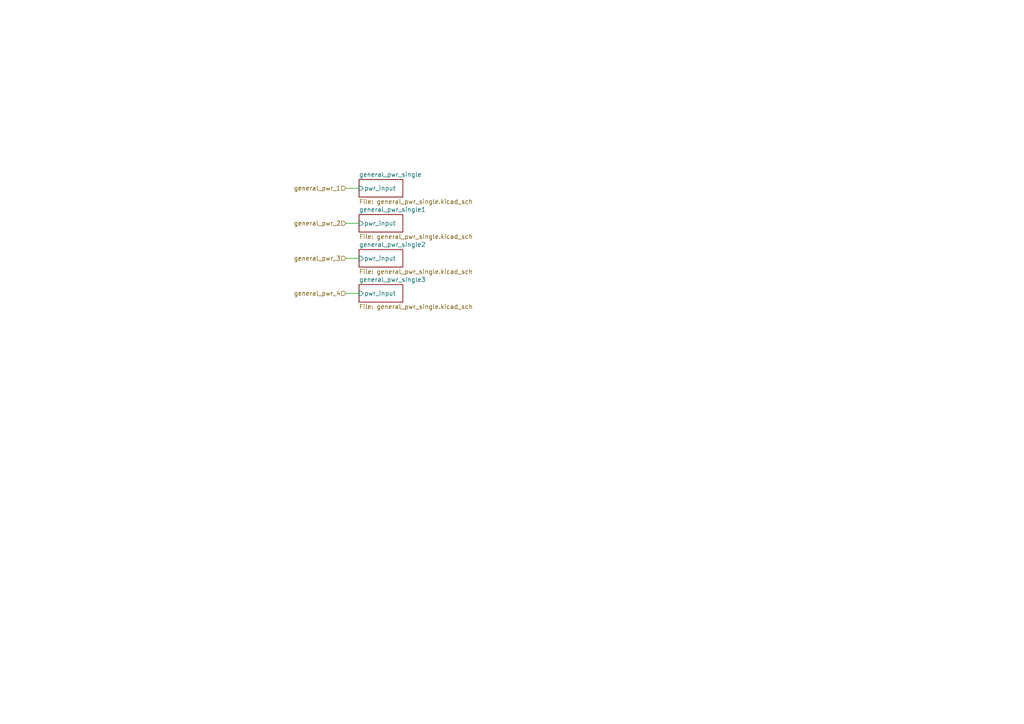
<source format=kicad_sch>
(kicad_sch (version 20230121) (generator eeschema)
  (paper "A4")
  (lib_symbols)
  (wire (pts (xy 100.33 54.61) (xy 104.14 54.61)))
  (wire (pts (xy 100.33 74.93) (xy 104.14 74.93)))
  (wire (pts (xy 100.33 64.77) (xy 104.14 64.77)))
  (wire (pts (xy 100.33 85.09) (xy 104.14 85.09)))
  (hierarchical_label "general_pwr_4" (shape input) (at 100.33 85.09 180))
  (hierarchical_label "general_pwr_1" (shape input) (at 100.33 54.61 180))
  (hierarchical_label "general_pwr_3" (shape input) (at 100.33 74.93 180))
  (hierarchical_label "general_pwr_2" (shape input) (at 100.33 64.77 180))
  (sheet (at 104.14 52.07) (size 12.7 5.08) (stroke (width 0.1524))
    (property "Sheetname" "general_pwr_single" (at 104.14 51.3584 0) (effects (justify left bottom)))
    (property "Sheetfile" "general_pwr_single.kicad_sch" (at 104.14 57.7346 0) (effects (justify left top)))
    (pin "pwr_input" input (at 104.14 54.61 180))
  )
  (sheet (at 104.14 62.23) (size 12.7 5.08) (stroke (width 0.1524))
    (property "Sheetname" "general_pwr_single1" (at 104.14 61.5184 0) (effects (justify left bottom)))
    (property "Sheetfile" "general_pwr_single.kicad_sch" (at 104.14 67.8946 0) (effects (justify left top)))
    (pin "pwr_input" input (at 104.14 64.77 180))
  )
  (sheet (at 104.14 72.39) (size 12.7 5.08) (stroke (width 0.1524))
    (property "Sheetname" "general_pwr_single2" (at 104.14 71.6784 0) (effects (justify left bottom)))
    (property "Sheetfile" "general_pwr_single.kicad_sch" (at 104.14 78.0546 0) (effects (justify left top)))
    (pin "pwr_input" input (at 104.14 74.93 180))
  )
  (sheet (at 104.14 82.55) (size 12.7 5.08) (stroke (width 0.1524))
    (property "Sheetname" "general_pwr_single3" (at 104.14 81.8384 0) (effects (justify left bottom)))
    (property "Sheetfile" "general_pwr_single.kicad_sch" (at 104.14 88.2146 0) (effects (justify left top)))
    (pin "pwr_input" input (at 104.14 85.09 180))
  )
)
</source>
